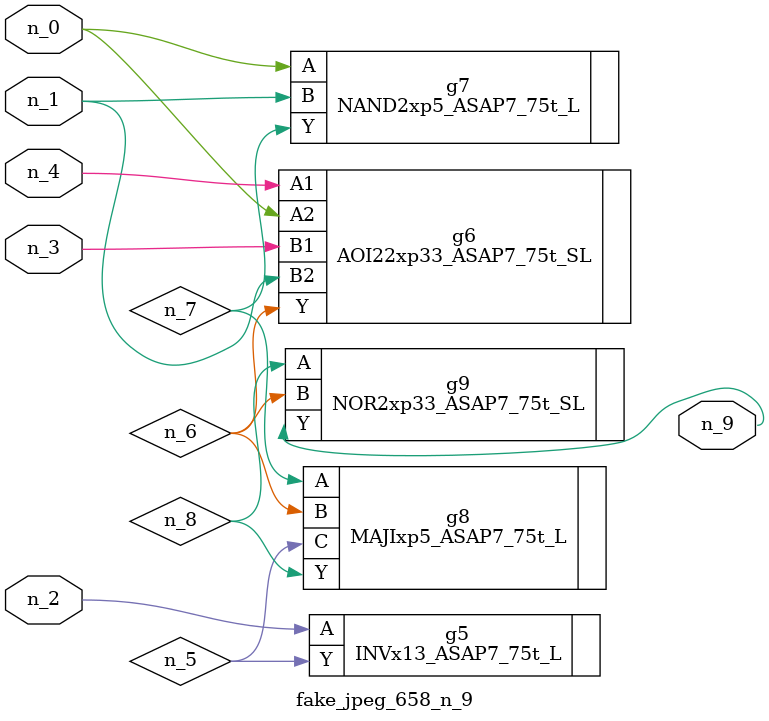
<source format=v>
module fake_jpeg_658_n_9 (n_3, n_2, n_1, n_0, n_4, n_9);

input n_3;
input n_2;
input n_1;
input n_0;
input n_4;

output n_9;

wire n_8;
wire n_6;
wire n_5;
wire n_7;

INVx13_ASAP7_75t_L g5 ( 
.A(n_2),
.Y(n_5)
);

AOI22xp33_ASAP7_75t_SL g6 ( 
.A1(n_4),
.A2(n_0),
.B1(n_3),
.B2(n_1),
.Y(n_6)
);

NAND2xp5_ASAP7_75t_L g7 ( 
.A(n_0),
.B(n_1),
.Y(n_7)
);

MAJIxp5_ASAP7_75t_L g8 ( 
.A(n_7),
.B(n_6),
.C(n_5),
.Y(n_8)
);

NOR2xp33_ASAP7_75t_SL g9 ( 
.A(n_8),
.B(n_6),
.Y(n_9)
);


endmodule
</source>
